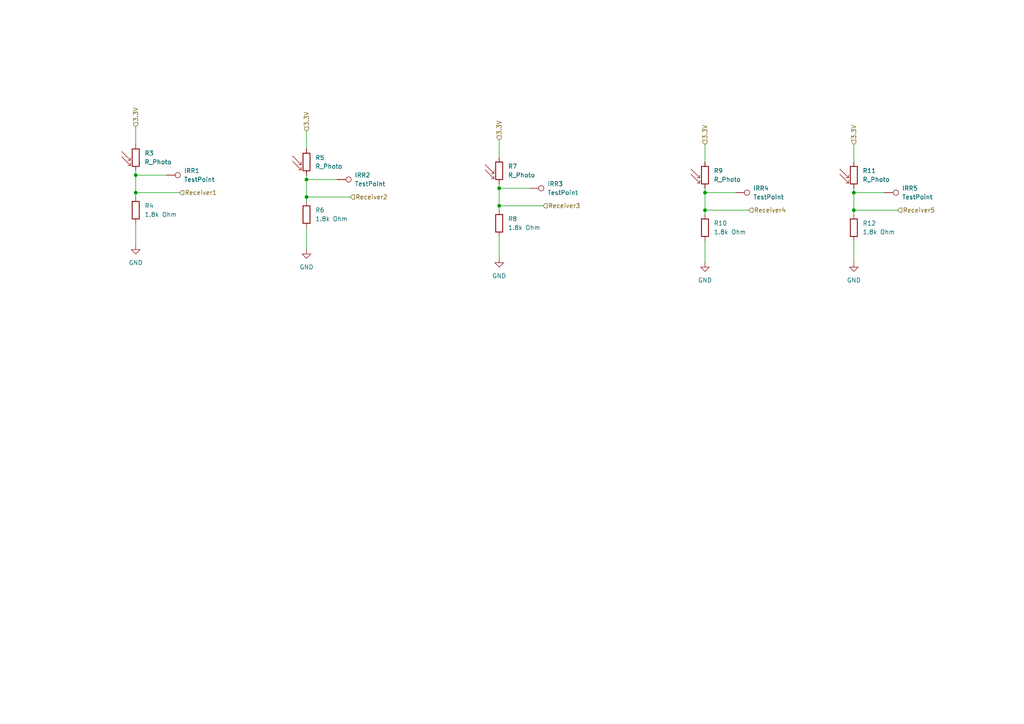
<source format=kicad_sch>
(kicad_sch (version 20231120) (generator "eeschema") (generator_version "8.0")
  (paper "A4")
  (lib_symbols
    (symbol "Connector:TestPoint" (pin_numbers hide) (pin_names (offset 0.762) hide)
      (property "Reference" "TP" (at 0 6.858 0))
      (property "Value" "TestPoint" (at 0 5.08 0))
      (symbol "TestPoint_0_1"
        (circle (center 0 3.302) (radius 0.762))
      )
      (symbol "TestPoint_1_1"
        (pin passive line (at 0 0 90) (length 2.54) (name "1") (number "1"))
      )
    )
    (symbol "Device:R" (pin_numbers hide) (pin_names (offset 0))
      (property "Reference" "R" (at 2.032 0 90))
      (property "Value" "R" (at 0 0 90))
      (symbol "R_0_1"
        (rectangle (start -1.016 -2.54) (end 1.016 2.54) (stroke (width 0.254)))
      )
      (symbol "R_1_1"
        (pin passive line (at 0 3.81 270) (length 1.27) (name "~") (number "1"))
        (pin passive line (at 0 -3.81 90) (length 1.27) (name "~") (number "2"))
      )
    )
    (symbol "Device:R_Photo" (pin_numbers hide) (pin_names (offset 0))
      (property "Reference" "R" (at 1.27 1.27 0))
      (property "Value" "R_Photo" (at 1.27 0 0))
      (symbol "R_Photo_0_1"
        (rectangle (start -1.016 2.54) (end 1.016 -2.54) (stroke (width 0.254)))
        (polyline (pts (xy -1.524 -2.286) (xy -4.064 0.254)))
        (polyline (pts (xy -1.524 -2.286) (xy -2.286 -2.286)))
        (polyline (pts (xy -1.524 -2.286) (xy -1.524 -1.524)))
        (polyline (pts (xy -1.524 -0.762) (xy -4.064 1.778)))
        (polyline (pts (xy -1.524 -0.762) (xy -2.286 -0.762)))
        (polyline (pts (xy -1.524 -0.762) (xy -1.524 0)))
      )
      (symbol "R_Photo_1_1"
        (pin passive line (at 0 3.81 270) (length 1.27) (name "~") (number "1"))
        (pin passive line (at 0 -3.81 90) (length 1.27) (name "~") (number "2"))
      )
    )
    (symbol "power:GND" (power) (pin_numbers hide) (pin_names (offset 0) hide)
      (property "Value" "GND" (at 0 -3.81 0))
      (symbol "GND_0_1"
        (polyline (pts (xy 0 0) (xy 0 -1.27) (xy 1.27 -1.27) (xy 0 -2.54) (xy -1.27 -1.27) (xy 0 -1.27)))
      )
      (symbol "GND_1_1"
        (pin power_in line (at 0 0 270) (length 0) (name "~") (number "1"))
      )
    )
  )
  (junction (at 144.78 59.69))
  (junction (at 247.65 60.96))
  (junction (at 39.37 50.8))
  (junction (at 144.78 54.61))
  (junction (at 204.47 60.96))
  (junction (at 204.47 55.88))
  (junction (at 88.9 57.15))
  (junction (at 247.65 55.88))
  (junction (at 88.9 52.07))
  (junction (at 39.37 55.88))
  (wire (pts (xy 247.65 60.96) (xy 247.65 62.23)))
  (wire (pts (xy 204.47 60.96) (xy 204.47 62.23)))
  (wire (pts (xy 88.9 50.8) (xy 88.9 52.07)))
  (wire (pts (xy 204.47 69.85) (xy 204.47 76.2)))
  (wire (pts (xy 204.47 55.88) (xy 213.36 55.88)))
  (wire (pts (xy 144.78 59.69) (xy 144.78 60.96)))
  (wire (pts (xy 247.65 41.91) (xy 247.65 46.99)))
  (wire (pts (xy 247.65 55.88) (xy 247.65 60.96)))
  (wire (pts (xy 39.37 55.88) (xy 52.07 55.88)))
  (wire (pts (xy 247.65 55.88) (xy 256.54 55.88)))
  (wire (pts (xy 39.37 55.88) (xy 39.37 57.15)))
  (wire (pts (xy 88.9 66.04) (xy 88.9 72.39)))
  (wire (pts (xy 39.37 49.53) (xy 39.37 50.8)))
  (wire (pts (xy 88.9 52.07) (xy 88.9 57.15)))
  (wire (pts (xy 144.78 53.34) (xy 144.78 54.61)))
  (wire (pts (xy 88.9 57.15) (xy 101.6 57.15)))
  (wire (pts (xy 204.47 60.96) (xy 217.17 60.96)))
  (wire (pts (xy 144.78 68.58) (xy 144.78 74.93)))
  (wire (pts (xy 247.65 69.85) (xy 247.65 76.2)))
  (wire (pts (xy 144.78 54.61) (xy 153.67 54.61)))
  (wire (pts (xy 39.37 64.77) (xy 39.37 71.12)))
  (wire (pts (xy 247.65 60.96) (xy 260.35 60.96)))
  (wire (pts (xy 247.65 54.61) (xy 247.65 55.88)))
  (wire (pts (xy 88.9 52.07) (xy 97.79 52.07)))
  (wire (pts (xy 39.37 36.83) (xy 39.37 41.91)))
  (wire (pts (xy 88.9 57.15) (xy 88.9 58.42)))
  (wire (pts (xy 204.47 41.91) (xy 204.47 46.99)))
  (wire (pts (xy 39.37 50.8) (xy 48.26 50.8)))
  (wire (pts (xy 204.47 54.61) (xy 204.47 55.88)))
  (wire (pts (xy 144.78 54.61) (xy 144.78 59.69)))
  (wire (pts (xy 204.47 55.88) (xy 204.47 60.96)))
  (wire (pts (xy 39.37 50.8) (xy 39.37 55.88)))
  (wire (pts (xy 144.78 40.64) (xy 144.78 45.72)))
  (wire (pts (xy 88.9 38.1) (xy 88.9 43.18)))
  (wire (pts (xy 144.78 59.69) (xy 157.48 59.69)))
  (hierarchical_label "3.3V" (shape input) (at 88.9 38.1 90))
  (hierarchical_label "3.3V" (shape input) (at 247.65 41.91 90))
  (hierarchical_label "3.3V" (shape input) (at 39.37 36.83 90))
  (hierarchical_label "3.3V" (shape input) (at 144.78 40.64 90))
  (hierarchical_label "Receiver3" (shape input) (at 157.48 59.69 0))
  (hierarchical_label "Receiver5" (shape input) (at 260.35 60.96 0))
  (hierarchical_label "Receiver2" (shape input) (at 101.6 57.15 0))
  (hierarchical_label "Receiver4" (shape input) (at 217.17 60.96 0))
  (hierarchical_label "3.3V" (shape input) (at 204.47 41.91 90))
  (hierarchical_label "Receiver1" (shape input) (at 52.07 55.88 0))
  (symbol (lib_id "Connector:TestPoint") (at 48.26 50.8 270) (unit 1)
    (property "Reference" "IRR1" (at 53.34 49.5299 90) (effects (justify left)))
    (property "Value" "TestPoint" (at 53.34 52.0699 90) (effects (justify left)))
    (property "Footprint" "TestPoint:TestPoint_THTPad_2.0x2.0mm_Drill1.0mm" (effects (hide yes)))
    (property "Description" "test point" (effects (hide yes)))
  )
  (symbol (lib_id "Device:R") (at 247.65 66.04 0) (unit 1)
    (property "Reference" "R12" (at 250.19 64.7699 0) (effects (justify left)))
    (property "Value" "1.8k Ohm" (at 250.19 67.3099 0) (effects (justify left)))
    (property "Footprint" "Resistor_SMD:R_0603_1608Metric_Pad0.98x0.95mm_HandSolder" (effects (hide yes)))
    (property "Description" "Resistor" (effects (hide yes)))
  )
  (symbol (lib_id "Connector:TestPoint") (at 256.54 55.88 270) (unit 1)
    (property "Reference" "IRR5" (at 261.62 54.6099 90) (effects (justify left)))
    (property "Value" "TestPoint" (at 261.62 57.1499 90) (effects (justify left)))
    (property "Footprint" "TestPoint:TestPoint_THTPad_2.0x2.0mm_Drill1.0mm" (effects (hide yes)))
    (property "Description" "test point" (effects (hide yes)))
  )
  (symbol (lib_id "Device:R") (at 204.47 66.04 0) (unit 1)
    (property "Reference" "R10" (at 207.01 64.7699 0) (effects (justify left)))
    (property "Value" "1.8k Ohm" (at 207.01 67.3099 0) (effects (justify left)))
    (property "Footprint" "Resistor_SMD:R_0603_1608Metric_Pad0.98x0.95mm_HandSolder" (effects (hide yes)))
    (property "Description" "Resistor" (effects (hide yes)))
  )
  (symbol (lib_id "power:GND") (at 247.65 76.2 0) (unit 1)
    (property "Reference" "#PWR09" (effects (hide yes)))
    (property "Value" "GND" (at 247.65 81.28 0))
    (property "Description" "Power symbol creates a global label with name \"GND\" , ground" (effects (hide yes)))
  )
  (symbol (lib_id "power:GND") (at 144.78 74.93 0) (unit 1)
    (property "Reference" "#PWR07" (effects (hide yes)))
    (property "Value" "GND" (at 144.78 80.01 0))
    (property "Description" "Power symbol creates a global label with name \"GND\" , ground" (effects (hide yes)))
  )
  (symbol (lib_id "power:GND") (at 39.37 71.12 0) (unit 1)
    (property "Reference" "#PWR05" (effects (hide yes)))
    (property "Value" "GND" (at 39.37 76.2 0))
    (property "Description" "Power symbol creates a global label with name \"GND\" , ground" (effects (hide yes)))
  )
  (symbol (lib_id "Device:R_Photo") (at 39.37 45.72 0) (unit 1)
    (property "Reference" "R3" (at 41.91 44.4499 0) (effects (justify left)))
    (property "Value" "R_Photo" (at 41.91 46.9899 0) (effects (justify left)))
    (property "Footprint" "LED_THT:LED_D5.0mm_IRBlack" (effects (hide yes)))
    (property "Description" "Photoresistor" (effects (hide yes)))
  )
  (symbol (lib_id "Device:R_Photo") (at 204.47 50.8 0) (unit 1)
    (property "Reference" "R9" (at 207.01 49.5299 0) (effects (justify left)))
    (property "Value" "R_Photo" (at 207.01 52.0699 0) (effects (justify left)))
    (property "Footprint" "LED_THT:LED_D5.0mm_IRBlack" (effects (hide yes)))
    (property "Description" "Photoresistor" (effects (hide yes)))
  )
  (symbol (lib_id "Device:R") (at 144.78 64.77 0) (unit 1)
    (property "Reference" "R8" (at 147.32 63.4999 0) (effects (justify left)))
    (property "Value" "1.8k Ohm" (at 147.32 66.0399 0) (effects (justify left)))
    (property "Footprint" "Resistor_SMD:R_0603_1608Metric_Pad0.98x0.95mm_HandSolder" (effects (hide yes)))
    (property "Description" "Resistor" (effects (hide yes)))
  )
  (symbol (lib_id "Device:R") (at 88.9 62.23 0) (unit 1)
    (property "Reference" "R6" (at 91.44 60.9599 0) (effects (justify left)))
    (property "Value" "1.8k Ohm" (at 91.44 63.4999 0) (effects (justify left)))
    (property "Footprint" "Resistor_SMD:R_0603_1608Metric_Pad0.98x0.95mm_HandSolder" (effects (hide yes)))
    (property "Description" "Resistor" (effects (hide yes)))
  )
  (symbol (lib_id "Connector:TestPoint") (at 97.79 52.07 270) (unit 1)
    (property "Reference" "IRR2" (at 102.87 50.7999 90) (effects (justify left)))
    (property "Value" "TestPoint" (at 102.87 53.3399 90) (effects (justify left)))
    (property "Footprint" "TestPoint:TestPoint_THTPad_2.0x2.0mm_Drill1.0mm" (effects (hide yes)))
    (property "Description" "test point" (effects (hide yes)))
  )
  (symbol (lib_id "power:GND") (at 88.9 72.39 0) (unit 1)
    (property "Reference" "#PWR06" (effects (hide yes)))
    (property "Value" "GND" (at 88.9 77.47 0))
    (property "Description" "Power symbol creates a global label with name \"GND\" , ground" (effects (hide yes)))
  )
  (symbol (lib_id "Device:R_Photo") (at 88.9 46.99 0) (unit 1)
    (property "Reference" "R5" (at 91.44 45.7199 0) (effects (justify left)))
    (property "Value" "R_Photo" (at 91.44 48.2599 0) (effects (justify left)))
    (property "Footprint" "LED_THT:LED_D5.0mm_IRBlack" (effects (hide yes)))
    (property "Description" "Photoresistor" (effects (hide yes)))
  )
  (symbol (lib_id "Connector:TestPoint") (at 213.36 55.88 270) (unit 1)
    (property "Reference" "IRR4" (at 218.44 54.6099 90) (effects (justify left)))
    (property "Value" "TestPoint" (at 218.44 57.1499 90) (effects (justify left)))
    (property "Footprint" "TestPoint:TestPoint_THTPad_2.0x2.0mm_Drill1.0mm" (effects (hide yes)))
    (property "Description" "test point" (effects (hide yes)))
  )
  (symbol (lib_id "Device:R") (at 39.37 60.96 0) (unit 1)
    (property "Reference" "R4" (at 41.91 59.6899 0) (effects (justify left)))
    (property "Value" "1.8k Ohm" (at 41.91 62.2299 0) (effects (justify left)))
    (property "Footprint" "Resistor_SMD:R_0603_1608Metric_Pad0.98x0.95mm_HandSolder" (effects (hide yes)))
    (property "Description" "Resistor" (effects (hide yes)))
  )
  (symbol (lib_id "Device:R_Photo") (at 144.78 49.53 0) (unit 1)
    (property "Reference" "R7" (at 147.32 48.2599 0) (effects (justify left)))
    (property "Value" "R_Photo" (at 147.32 50.7999 0) (effects (justify left)))
    (property "Footprint" "LED_THT:LED_D5.0mm_IRBlack" (effects (hide yes)))
    (property "Description" "Photoresistor" (effects (hide yes)))
  )
  (symbol (lib_id "Device:R_Photo") (at 247.65 50.8 0) (unit 1)
    (property "Reference" "R11" (at 250.19 49.5299 0) (effects (justify left)))
    (property "Value" "R_Photo" (at 250.19 52.0699 0) (effects (justify left)))
    (property "Footprint" "LED_THT:LED_D5.0mm_IRBlack" (effects (hide yes)))
    (property "Description" "Photoresistor" (effects (hide yes)))
  )
  (symbol (lib_id "Connector:TestPoint") (at 153.67 54.61 270) (unit 1)
    (property "Reference" "IRR3" (at 158.75 53.3399 90) (effects (justify left)))
    (property "Value" "TestPoint" (at 158.75 55.8799 90) (effects (justify left)))
    (property "Footprint" "TestPoint:TestPoint_THTPad_2.0x2.0mm_Drill1.0mm" (effects (hide yes)))
    (property "Description" "test point" (effects (hide yes)))
  )
  (symbol (lib_id "power:GND") (at 204.47 76.2 0) (unit 1)
    (property "Reference" "#PWR08" (effects (hide yes)))
    (property "Value" "GND" (at 204.47 81.28 0))
    (property "Description" "Power symbol creates a global label with name \"GND\" , ground" (effects (hide yes)))
  )
)
</source>
